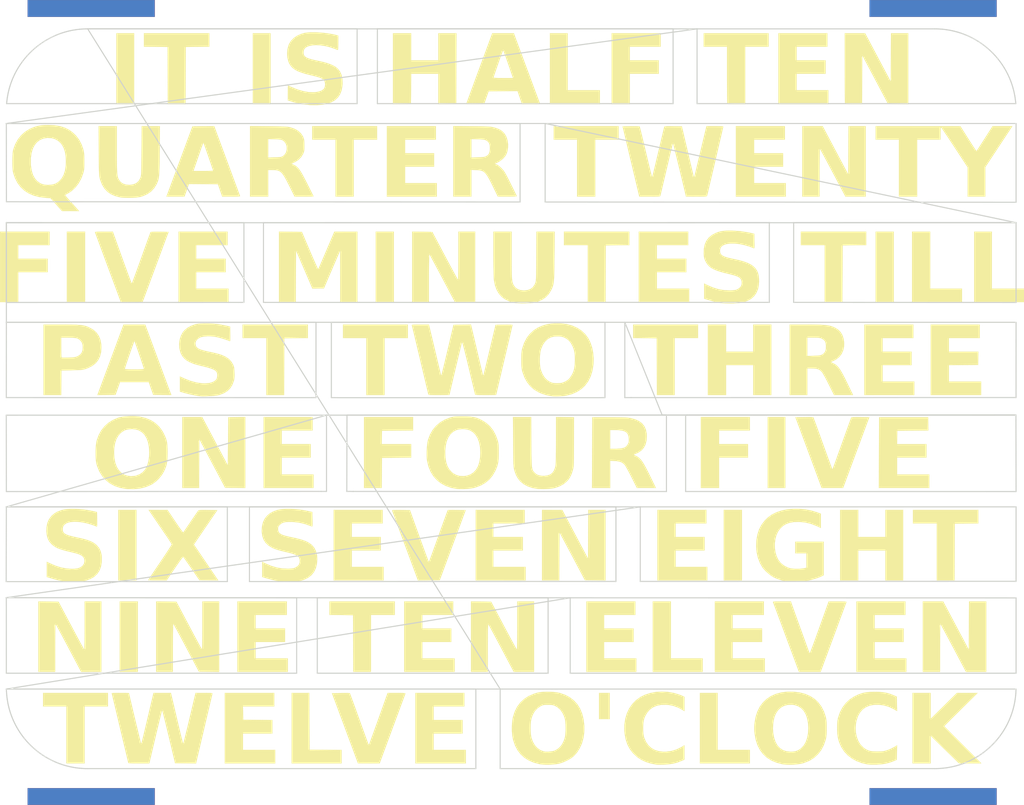
<source format=kicad_pcb>
(kicad_pcb (version 4) (host pcbnew 4.0.7)
  (layers (0 F.Cu signal) (31 B.Cu signal) (34 B.Paste user) (35 F.Paste user) (36 B.SilkS user) (37 F.SilkS user) (38 B.Mask user) (39 F.Mask user) (44 Edge.Cuts user))
  (net 0 "")
  (module LOGO (layer F.Cu) (at 0 0)
    (fp_text reference "G***" hide)
    (fp_text value "LOGO" hide)
    (fp_poly (pts (xy -31.580667 46.651333) (xy -43.095334 46.651333) (xy -43.095334 45.127333) (xy -31.580667 45.127333) (xy -31.580667 46.651333)) (layer B.Cu) (width 0.010000))
    (fp_poly (pts (xy 44.704000 46.651333) (xy 33.189333 46.651333) (xy 33.189333 45.127333) (xy 44.704000 45.127333) (xy 44.704000 46.651333)) (layer B.Cu) (width 0.010000))
    (fp_poly (pts (xy -31.580667 -24.807334) (xy -43.095334 -24.807334) (xy -43.095334 -26.331334) (xy -31.580667 -26.331334) (xy -31.580667 -24.807334)) (layer B.Cu) (width 0.010000))
    (fp_poly (pts (xy 44.704000 -24.807334) (xy 33.189333 -24.807334) (xy 33.189333 -26.331334) (xy 44.704000 -26.331334) (xy 44.704000 -24.807334)) (layer B.Cu) (width 0.010000))
  )
  (module LOGO (layer F.Cu) (at 0 0)
    (fp_text reference "G***" hide)
    (fp_text value "LOGO" hide)
  )
  (module LOGO (layer F.Cu) (at 0 0)
    (fp_text reference "G***" hide)
    (fp_text value "LOGO" hide)
  )
  (module LOGO (layer F.Cu) (at 0 0)
    (fp_text reference "G***" hide)
    (fp_text value "LOGO" hide)
    (fp_poly (pts (xy -31.580667 46.651333) (xy -43.095334 46.651333) (xy -43.095334 45.127333) (xy -31.580667 45.127333) (xy -31.580667 46.651333)) (layer F.Cu) (width 0.010000))
    (fp_poly (pts (xy 44.704000 46.651333) (xy 33.189333 46.651333) (xy 33.189333 45.127333) (xy 44.704000 45.127333) (xy 44.704000 46.651333)) (layer F.Cu) (width 0.010000))
    (fp_poly (pts (xy -31.580667 -24.807334) (xy -43.095334 -24.807334) (xy -43.095334 -26.331334) (xy -31.580667 -26.331334) (xy -31.580667 -24.807334)) (layer F.Cu) (width 0.010000))
    (fp_poly (pts (xy 44.704000 -24.807334) (xy 33.189333 -24.807334) (xy 33.189333 -26.331334) (xy 44.704000 -26.331334) (xy 44.704000 -24.807334)) (layer F.Cu) (width 0.010000))
  )
  (module LOGO (layer F.Cu) (at 0 0)
    (fp_text reference "G***" hide)
    (fp_text value "LOGO" hide)
  )
  (module LOGO (layer F.Cu) (at 0 0)
    (fp_text reference "G***" hide)
    (fp_text value "LOGO" hide)
  )
  (gr_line (start -37.652222 -23.719223) (end -37.833721 -23.717053) (layer Edge.Cuts) (width 0.1))
  (gr_line (start -37.833721 -23.717053) (end -38.014113 -23.710576) (layer Edge.Cuts) (width 0.1))
  (gr_line (start -38.014113 -23.710576) (end -38.193348 -23.699842) (layer Edge.Cuts) (width 0.1))
  (gr_line (start -38.193348 -23.699842) (end -38.371379 -23.684898) (layer Edge.Cuts) (width 0.1))
  (gr_line (start -38.371379 -23.684898) (end -38.548155 -23.665795) (layer Edge.Cuts) (width 0.1))
  (gr_line (start -38.548155 -23.665795) (end -38.723628 -23.642581) (layer Edge.Cuts) (width 0.1))
  (gr_line (start -38.723628 -23.642581) (end -38.897750 -23.615306) (layer Edge.Cuts) (width 0.1))
  (gr_line (start -38.897750 -23.615306) (end -39.070471 -23.584018) (layer Edge.Cuts) (width 0.1))
  (gr_line (start -39.070471 -23.584018) (end -39.241742 -23.548766) (layer Edge.Cuts) (width 0.1))
  (gr_line (start -39.241742 -23.548766) (end -39.411514 -23.509600) (layer Edge.Cuts) (width 0.1))
  (gr_line (start -39.411514 -23.509600) (end -39.579738 -23.466569) (layer Edge.Cuts) (width 0.1))
  (gr_line (start -39.579738 -23.466569) (end -39.746366 -23.419722) (layer Edge.Cuts) (width 0.1))
  (gr_line (start -39.746366 -23.419722) (end -39.911348 -23.369107) (layer Edge.Cuts) (width 0.1))
  (gr_line (start -39.911348 -23.369107) (end -40.074636 -23.314774) (layer Edge.Cuts) (width 0.1))
  (gr_line (start -40.074636 -23.314774) (end -40.236181 -23.256772) (layer Edge.Cuts) (width 0.1))
  (gr_line (start -40.236181 -23.256772) (end -40.395933 -23.195150) (layer Edge.Cuts) (width 0.1))
  (gr_line (start -40.395933 -23.195150) (end -40.553844 -23.129957) (layer Edge.Cuts) (width 0.1))
  (gr_line (start -40.553844 -23.129957) (end -40.709864 -23.061242) (layer Edge.Cuts) (width 0.1))
  (gr_line (start -40.709864 -23.061242) (end -41.016039 -22.913443) (layer Edge.Cuts) (width 0.1))
  (gr_line (start -41.016039 -22.913443) (end -41.314065 -22.752145) (layer Edge.Cuts) (width 0.1))
  (gr_line (start -41.314065 -22.752145) (end -41.603552 -22.577741) (layer Edge.Cuts) (width 0.1))
  (gr_line (start -41.603552 -22.577741) (end -41.884107 -22.390624) (layer Edge.Cuts) (width 0.1))
  (gr_line (start -41.884107 -22.390624) (end -42.155339 -22.191185) (layer Edge.Cuts) (width 0.1))
  (gr_line (start -42.155339 -22.191185) (end -42.416857 -21.979817) (layer Edge.Cuts) (width 0.1))
  (gr_line (start -42.416857 -21.979817) (end -42.668270 -21.756914) (layer Edge.Cuts) (width 0.1))
  (gr_line (start -42.668270 -21.756914) (end -42.909185 -21.522867) (layer Edge.Cuts) (width 0.1))
  (gr_line (start -42.909185 -21.522867) (end -43.139211 -21.278069) (layer Edge.Cuts) (width 0.1))
  (gr_line (start -43.139211 -21.278069) (end -43.357956 -21.022912) (layer Edge.Cuts) (width 0.1))
  (gr_line (start -43.357956 -21.022912) (end -43.565030 -20.757790) (layer Edge.Cuts) (width 0.1))
  (gr_line (start -43.565030 -20.757790) (end -43.760040 -20.483094) (layer Edge.Cuts) (width 0.1))
  (gr_line (start -43.760040 -20.483094) (end -43.942596 -20.199217) (layer Edge.Cuts) (width 0.1))
  (gr_line (start -43.942596 -20.199217) (end -44.112305 -19.906552) (layer Edge.Cuts) (width 0.1))
  (gr_line (start -44.112305 -19.906552) (end -44.268776 -19.605491) (layer Edge.Cuts) (width 0.1))
  (gr_line (start -44.268776 -19.605491) (end -44.411617 -19.296427) (layer Edge.Cuts) (width 0.1))
  (gr_line (start -44.411617 -19.296427) (end -44.477804 -19.139016) (layer Edge.Cuts) (width 0.1))
  (gr_line (start -44.477804 -19.139016) (end -44.540437 -18.979752) (layer Edge.Cuts) (width 0.1))
  (gr_line (start -44.540437 -18.979752) (end -44.599467 -18.818683) (layer Edge.Cuts) (width 0.1))
  (gr_line (start -44.599467 -18.818683) (end -44.654845 -18.655859) (layer Edge.Cuts) (width 0.1))
  (gr_line (start -44.654845 -18.655859) (end -44.706522 -18.491328) (layer Edge.Cuts) (width 0.1))
  (gr_line (start -44.706522 -18.491328) (end -44.754449 -18.325140) (layer Edge.Cuts) (width 0.1))
  (gr_line (start -44.754449 -18.325140) (end -44.798577 -18.157343) (layer Edge.Cuts) (width 0.1))
  (gr_line (start -44.798577 -18.157343) (end -44.838857 -17.987988) (layer Edge.Cuts) (width 0.1))
  (gr_line (start -44.838857 -17.987988) (end -44.875240 -17.817122) (layer Edge.Cuts) (width 0.1))
  (gr_line (start -44.875240 -17.817122) (end -44.907678 -17.644795) (layer Edge.Cuts) (width 0.1))
  (gr_line (start -44.907678 -17.644795) (end -44.936121 -17.471056) (layer Edge.Cuts) (width 0.1))
  (gr_line (start -44.936121 -17.471056) (end -44.960521 -17.295954) (layer Edge.Cuts) (width 0.1))
  (gr_line (start -44.960521 -17.295954) (end -44.980828 -17.119538) (layer Edge.Cuts) (width 0.1))
  (gr_line (start -44.980828 -17.119538) (end -44.996993 -16.941858) (layer Edge.Cuts) (width 0.1))
  (gr_line (start -44.996993 -16.941858) (end -13.239241 -16.941858) (layer Edge.Cuts) (width 0.1))
  (gr_line (start -13.239241 -16.941858) (end -13.239241 -23.719223) (layer Edge.Cuts) (width 0.1))
  (gr_line (start -13.239241 -23.719223) (end -37.652222 -23.719223) (layer Edge.Cuts) (width 0.1))
  (gr_line (start -37.652222 -23.719223) (end -37.652222 -23.719223) (layer Edge.Cuts) (width 0.1))
  (gr_line (start -37.652222 -23.719223) (end -11.401628 -23.719223) (layer Edge.Cuts) (width 0.1))
  (gr_line (start -11.401628 -23.719223) (end -11.401628 -16.941858) (layer Edge.Cuts) (width 0.1))
  (gr_line (start -11.401628 -16.941858) (end 15.392085 -16.941858) (layer Edge.Cuts) (width 0.1))
  (gr_line (start 15.392085 -16.941858) (end 15.392085 -23.719223) (layer Edge.Cuts) (width 0.1))
  (gr_line (start 15.392085 -23.719223) (end -11.401628 -23.719223) (layer Edge.Cuts) (width 0.1))
  (gr_line (start -11.401628 -23.719223) (end -11.401628 -23.719223) (layer Edge.Cuts) (width 0.1))
  (gr_line (start -11.401628 -23.719223) (end 17.563529 -23.719223) (layer Edge.Cuts) (width 0.1))
  (gr_line (start 17.563529 -23.719223) (end 17.563529 -16.941858) (layer Edge.Cuts) (width 0.1))
  (gr_line (start 17.563529 -16.941858) (end 46.443418 -16.941858) (layer Edge.Cuts) (width 0.1))
  (gr_line (start 46.443418 -16.941858) (end 46.427252 -17.119538) (layer Edge.Cuts) (width 0.1))
  (gr_line (start 46.427252 -17.119538) (end 46.406945 -17.295953) (layer Edge.Cuts) (width 0.1))
  (gr_line (start 46.406945 -17.295953) (end 46.382545 -17.471055) (layer Edge.Cuts) (width 0.1))
  (gr_line (start 46.382545 -17.471055) (end 46.354102 -17.644793) (layer Edge.Cuts) (width 0.1))
  (gr_line (start 46.354102 -17.644793) (end 46.321664 -17.817120) (layer Edge.Cuts) (width 0.1))
  (gr_line (start 46.321664 -17.817120) (end 46.285280 -17.987985) (layer Edge.Cuts) (width 0.1))
  (gr_line (start 46.285280 -17.987985) (end 46.244999 -18.157341) (layer Edge.Cuts) (width 0.1))
  (gr_line (start 46.244999 -18.157341) (end 46.200871 -18.325137) (layer Edge.Cuts) (width 0.1))
  (gr_line (start 46.200871 -18.325137) (end 46.152944 -18.491325) (layer Edge.Cuts) (width 0.1))
  (gr_line (start 46.152944 -18.491325) (end 46.101266 -18.655855) (layer Edge.Cuts) (width 0.1))
  (gr_line (start 46.101266 -18.655855) (end 46.045888 -18.818679) (layer Edge.Cuts) (width 0.1))
  (gr_line (start 46.045888 -18.818679) (end 45.986858 -18.979748) (layer Edge.Cuts) (width 0.1))
  (gr_line (start 45.986858 -18.979748) (end 45.924225 -19.139012) (layer Edge.Cuts) (width 0.1))
  (gr_line (start 45.924225 -19.139012) (end 45.858037 -19.296423) (layer Edge.Cuts) (width 0.1))
  (gr_line (start 45.858037 -19.296423) (end 45.715195 -19.605487) (layer Edge.Cuts) (width 0.1))
  (gr_line (start 45.715195 -19.605487) (end 45.558724 -19.906548) (layer Edge.Cuts) (width 0.1))
  (gr_line (start 45.558724 -19.906548) (end 45.389015 -20.199213) (layer Edge.Cuts) (width 0.1))
  (gr_line (start 45.389015 -20.199213) (end 45.206459 -20.483089) (layer Edge.Cuts) (width 0.1))
  (gr_line (start 45.206459 -20.483089) (end 45.011449 -20.757785) (layer Edge.Cuts) (width 0.1))
  (gr_line (start 45.011449 -20.757785) (end 44.804375 -21.022908) (layer Edge.Cuts) (width 0.1))
  (gr_line (start 44.804375 -21.022908) (end 44.585629 -21.278065) (layer Edge.Cuts) (width 0.1))
  (gr_line (start 44.585629 -21.278065) (end 44.355603 -21.522863) (layer Edge.Cuts) (width 0.1))
  (gr_line (start 44.355603 -21.522863) (end 44.114688 -21.756910) (layer Edge.Cuts) (width 0.1))
  (gr_line (start 44.114688 -21.756910) (end 43.863276 -21.979814) (layer Edge.Cuts) (width 0.1))
  (gr_line (start 43.863276 -21.979814) (end 43.601758 -22.191181) (layer Edge.Cuts) (width 0.1))
  (gr_line (start 43.601758 -22.191181) (end 43.330526 -22.390621) (layer Edge.Cuts) (width 0.1))
  (gr_line (start 43.330526 -22.390621) (end 43.049971 -22.577738) (layer Edge.Cuts) (width 0.1))
  (gr_line (start 43.049971 -22.577738) (end 42.760485 -22.752143) (layer Edge.Cuts) (width 0.1))
  (gr_line (start 42.760485 -22.752143) (end 42.462459 -22.913441) (layer Edge.Cuts) (width 0.1))
  (gr_line (start 42.462459 -22.913441) (end 42.156285 -23.061240) (layer Edge.Cuts) (width 0.1))
  (gr_line (start 42.156285 -23.061240) (end 42.000265 -23.129955) (layer Edge.Cuts) (width 0.1))
  (gr_line (start 42.000265 -23.129955) (end 41.842354 -23.195148) (layer Edge.Cuts) (width 0.1))
  (gr_line (start 41.842354 -23.195148) (end 41.682602 -23.256771) (layer Edge.Cuts) (width 0.1))
  (gr_line (start 41.682602 -23.256771) (end 41.521058 -23.314773) (layer Edge.Cuts) (width 0.1))
  (gr_line (start 41.521058 -23.314773) (end 41.357770 -23.369106) (layer Edge.Cuts) (width 0.1))
  (gr_line (start 41.357770 -23.369106) (end 41.192788 -23.419721) (layer Edge.Cuts) (width 0.1))
  (gr_line (start 41.192788 -23.419721) (end 41.026161 -23.466568) (layer Edge.Cuts) (width 0.1))
  (gr_line (start 41.026161 -23.466568) (end 40.857937 -23.509600) (layer Edge.Cuts) (width 0.1))
  (gr_line (start 40.857937 -23.509600) (end 40.688165 -23.548766) (layer Edge.Cuts) (width 0.1))
  (gr_line (start 40.688165 -23.548766) (end 40.516894 -23.584017) (layer Edge.Cuts) (width 0.1))
  (gr_line (start 40.516894 -23.584017) (end 40.344174 -23.615305) (layer Edge.Cuts) (width 0.1))
  (gr_line (start 40.344174 -23.615305) (end 40.170053 -23.642581) (layer Edge.Cuts) (width 0.1))
  (gr_line (start 40.170053 -23.642581) (end 39.994580 -23.665795) (layer Edge.Cuts) (width 0.1))
  (gr_line (start 39.994580 -23.665795) (end 39.817804 -23.684898) (layer Edge.Cuts) (width 0.1))
  (gr_line (start 39.817804 -23.684898) (end 39.639773 -23.699842) (layer Edge.Cuts) (width 0.1))
  (gr_line (start 39.639773 -23.699842) (end 39.460538 -23.710576) (layer Edge.Cuts) (width 0.1))
  (gr_line (start 39.460538 -23.710576) (end 39.280147 -23.717053) (layer Edge.Cuts) (width 0.1))
  (gr_line (start 39.280147 -23.717053) (end 39.098649 -23.719223) (layer Edge.Cuts) (width 0.1))
  (gr_line (start 39.098649 -23.719223) (end 17.563529 -23.719223) (layer Edge.Cuts) (width 0.1))
  (gr_line (start 17.563529 -23.719223) (end 17.563529 -23.719223) (layer Edge.Cuts) (width 0.1))
  (gr_line (start 17.563529 -23.719223) (end -45.022831 -15.141453) (layer Edge.Cuts) (width 0.1))
  (gr_line (start -45.022831 -15.141453) (end -45.015080 -8.045243) (layer Edge.Cuts) (width 0.1))
  (gr_line (start -45.015080 -8.045243) (end 1.527297 -8.021473) (layer Edge.Cuts) (width 0.1))
  (gr_line (start 1.527297 -8.021473) (end 1.527297 -15.141453) (layer Edge.Cuts) (width 0.1))
  (gr_line (start 1.527297 -15.141453) (end -45.022831 -15.141453) (layer Edge.Cuts) (width 0.1))
  (gr_line (start -45.022831 -15.141453) (end -45.022831 -15.141453) (layer Edge.Cuts) (width 0.1))
  (gr_line (start -45.022831 -15.141453) (end 3.799512 -15.141453) (layer Edge.Cuts) (width 0.1))
  (gr_line (start 3.799512 -15.141453) (end 3.799512 -8.019922) (layer Edge.Cuts) (width 0.1))
  (gr_line (start 3.799512 -8.019922) (end 46.469258 -7.998219) (layer Edge.Cuts) (width 0.1))
  (gr_line (start 46.469258 -7.998219) (end 46.469258 -15.141453) (layer Edge.Cuts) (width 0.1))
  (gr_line (start 46.469258 -15.141453) (end 3.799512 -15.141453) (layer Edge.Cuts) (width 0.1))
  (gr_line (start 3.799512 -15.141453) (end 3.799512 -15.141453) (layer Edge.Cuts) (width 0.1))
  (gr_line (start 3.799512 -15.141453) (end 46.469258 -6.147686) (layer Edge.Cuts) (width 0.1))
  (gr_line (start 46.469258 -6.147686) (end 26.316998 -6.144069) (layer Edge.Cuts) (width 0.1))
  (gr_line (start 26.316998 -6.144069) (end 26.316998 1.078230) (layer Edge.Cuts) (width 0.1))
  (gr_line (start 26.316998 1.078230) (end 26.575898 1.077196) (layer Edge.Cuts) (width 0.1))
  (gr_line (start 26.575898 1.077196) (end 46.469258 1.085983) (layer Edge.Cuts) (width 0.1))
  (gr_line (start 46.469258 1.085983) (end 46.469258 -6.147686) (layer Edge.Cuts) (width 0.1))
  (gr_line (start 46.469258 -6.147686) (end 46.469258 -6.147686) (layer Edge.Cuts) (width 0.1))
  (gr_line (start 46.469258 -6.147686) (end 24.111966 -6.143550) (layer Edge.Cuts) (width 0.1))
  (gr_line (start 24.111966 -6.143550) (end -21.451659 -6.134766) (layer Edge.Cuts) (width 0.1))
  (gr_line (start -21.451659 -6.134766) (end -21.725029 -6.137867) (layer Edge.Cuts) (width 0.1))
  (gr_line (start -21.725029 -6.137867) (end -21.725029 1.078230) (layer Edge.Cuts) (width 0.1))
  (gr_line (start -21.725029 1.078230) (end -21.516773 1.081847) (layer Edge.Cuts) (width 0.1))
  (gr_line (start -21.516773 1.081847) (end 23.694419 1.077196) (layer Edge.Cuts) (width 0.1))
  (gr_line (start 23.694419 1.077196) (end 24.111966 1.078230) (layer Edge.Cuts) (width 0.1))
  (gr_line (start 24.111966 1.078230) (end 24.111966 -6.143550) (layer Edge.Cuts) (width 0.1))
  (gr_line (start 24.111966 -6.143550) (end 24.111966 -6.143550) (layer Edge.Cuts) (width 0.1))
  (gr_line (start 24.111966 -6.143550) (end -45.018181 -6.142519) (layer Edge.Cuts) (width 0.1))
  (gr_line (start -45.018181 -6.142519) (end -45.019214 1.085983) (layer Edge.Cuts) (width 0.1))
  (gr_line (start -45.019214 1.085983) (end -23.775550 1.081847) (layer Edge.Cuts) (width 0.1))
  (gr_line (start -23.775550 1.081847) (end -23.495462 1.078230) (layer Edge.Cuts) (width 0.1))
  (gr_line (start -23.495462 1.078230) (end -23.495462 -6.137867) (layer Edge.Cuts) (width 0.1))
  (gr_line (start -23.495462 -6.137867) (end -23.754878 -6.137867) (layer Edge.Cuts) (width 0.1))
  (gr_line (start -23.754878 -6.137867) (end -45.018181 -6.142519) (layer Edge.Cuts) (width 0.1))
  (gr_line (start -45.018181 -6.142519) (end -45.018181 -6.142519) (layer Edge.Cuts) (width 0.1))
  (gr_line (start -45.018181 -6.142519) (end -45.019214 2.885872) (layer Edge.Cuts) (width 0.1))
  (gr_line (start -45.019214 2.885872) (end -45.025415 9.711293) (layer Edge.Cuts) (width 0.1))
  (gr_line (start -45.025415 9.711293) (end -17.365088 9.715945) (layer Edge.Cuts) (width 0.1))
  (gr_line (start -17.365088 9.715945) (end -16.966146 9.713878) (layer Edge.Cuts) (width 0.1))
  (gr_line (start -16.966146 9.713878) (end -16.966146 2.885872) (layer Edge.Cuts) (width 0.1))
  (gr_line (start -16.966146 2.885872) (end -45.019214 2.885872) (layer Edge.Cuts) (width 0.1))
  (gr_line (start -45.019214 2.885872) (end -45.019214 2.885872) (layer Edge.Cuts) (width 0.1))
  (gr_line (start -45.019214 2.885872) (end -15.572432 2.885872) (layer Edge.Cuts) (width 0.1))
  (gr_line (start -15.572432 2.885872) (end -15.572432 9.713878) (layer Edge.Cuts) (width 0.1))
  (gr_line (start -15.572432 9.713878) (end -14.928545 9.722147) (layer Edge.Cuts) (width 0.1))
  (gr_line (start -14.928545 9.722147) (end 8.739778 9.722663) (layer Edge.Cuts) (width 0.1))
  (gr_line (start 8.739778 9.722663) (end 9.219851 9.714394) (layer Edge.Cuts) (width 0.1))
  (gr_line (start 9.219851 9.714394) (end 9.219851 2.885872) (layer Edge.Cuts) (width 0.1))
  (gr_line (start 9.219851 2.885872) (end -15.572432 2.885872) (layer Edge.Cuts) (width 0.1))
  (gr_line (start -15.572432 2.885872) (end -15.572432 2.885872) (layer Edge.Cuts) (width 0.1))
  (gr_line (start -15.572432 2.885872) (end 11.015607 2.885872) (layer Edge.Cuts) (width 0.1))
  (gr_line (start 11.015607 2.885872) (end 11.015607 9.714394) (layer Edge.Cuts) (width 0.1))
  (gr_line (start 11.015607 9.714394) (end 11.579397 9.714394) (layer Edge.Cuts) (width 0.1))
  (gr_line (start 11.579397 9.714394) (end 46.466157 9.706126) (layer Edge.Cuts) (width 0.1))
  (gr_line (start 46.466157 9.706126) (end 46.469258 2.885872) (layer Edge.Cuts) (width 0.1))
  (gr_line (start 46.469258 2.885872) (end 11.015607 2.885872) (layer Edge.Cuts) (width 0.1))
  (gr_line (start 11.015607 2.885872) (end 11.015607 2.885872) (layer Edge.Cuts) (width 0.1))
  (gr_line (start 11.015607 2.885872) (end 14.399898 11.295177) (layer Edge.Cuts) (width 0.1))
  (gr_line (start 14.399898 11.295177) (end -14.157015 11.303445) (layer Edge.Cuts) (width 0.1))
  (gr_line (start -14.157015 11.303445) (end -14.174586 18.217235) (layer Edge.Cuts) (width 0.1))
  (gr_line (start -14.174586 18.217235) (end -13.599943 18.221886) (layer Edge.Cuts) (width 0.1))
  (gr_line (start -13.599943 18.221886) (end 14.790571 18.227053) (layer Edge.Cuts) (width 0.1))
  (gr_line (start 14.790571 18.227053) (end 14.790571 11.301378) (layer Edge.Cuts) (width 0.1))
  (gr_line (start 14.790571 11.301378) (end 14.399898 11.295177) (layer Edge.Cuts) (width 0.1))
  (gr_line (start 14.399898 11.295177) (end 14.399898 11.295177) (layer Edge.Cuts) (width 0.1))
  (gr_line (start 14.399898 11.295177) (end 46.457372 11.297762) (layer Edge.Cuts) (width 0.1))
  (gr_line (start 46.457372 11.297762) (end 16.866931 11.303445) (layer Edge.Cuts) (width 0.1))
  (gr_line (start 16.866931 11.303445) (end 16.527934 11.301378) (layer Edge.Cuts) (width 0.1))
  (gr_line (start 16.527934 11.301378) (end 16.527934 18.227569) (layer Edge.Cuts) (width 0.1))
  (gr_line (start 16.527934 18.227569) (end 46.469258 18.232739) (layer Edge.Cuts) (width 0.1))
  (gr_line (start 46.469258 18.232739) (end 46.457372 11.297762) (layer Edge.Cuts) (width 0.1))
  (gr_line (start 46.457372 11.297762) (end 46.457372 11.297762) (layer Edge.Cuts) (width 0.1))
  (gr_line (start 46.457372 11.297762) (end -16.012199 11.303963) (layer Edge.Cuts) (width 0.1))
  (gr_line (start -16.012199 11.303963) (end -45.028516 11.306546) (layer Edge.Cuts) (width 0.1))
  (gr_line (start -45.028516 11.306546) (end -45.020764 18.232739) (layer Edge.Cuts) (width 0.1))
  (gr_line (start -45.020764 18.232739) (end -16.508293 18.219304) (layer Edge.Cuts) (width 0.1))
  (gr_line (start -16.508293 18.219304) (end -16.012199 18.217235) (layer Edge.Cuts) (width 0.1))
  (gr_line (start -16.012199 18.217235) (end -16.012199 11.303963) (layer Edge.Cuts) (width 0.1))
  (gr_line (start -16.012199 11.303963) (end -16.012199 11.303963) (layer Edge.Cuts) (width 0.1))
  (gr_line (start -16.012199 11.303963) (end -45.021281 19.619733) (layer Edge.Cuts) (width 0.1))
  (gr_line (start -45.021281 19.619733) (end -45.037301 26.398649) (layer Edge.Cuts) (width 0.1))
  (gr_line (start -45.037301 26.398649) (end -24.999248 26.392447) (layer Edge.Cuts) (width 0.1))
  (gr_line (start -24.999248 26.392447) (end -24.999248 19.619733) (layer Edge.Cuts) (width 0.1))
  (gr_line (start -24.999248 19.619733) (end -45.021281 19.619733) (layer Edge.Cuts) (width 0.1))
  (gr_line (start -45.021281 19.619733) (end -45.021281 19.619733) (layer Edge.Cuts) (width 0.1))
  (gr_line (start -45.021281 19.619733) (end -22.994720 19.619733) (layer Edge.Cuts) (width 0.1))
  (gr_line (start -22.994720 19.619733) (end -22.994720 26.391931) (layer Edge.Cuts) (width 0.1))
  (gr_line (start -22.994720 26.391931) (end 10.213589 26.381594) (layer Edge.Cuts) (width 0.1))
  (gr_line (start 10.213589 26.381594) (end 10.213589 19.619733) (layer Edge.Cuts) (width 0.1))
  (gr_line (start 10.213589 19.619733) (end -22.994720 19.619733) (layer Edge.Cuts) (width 0.1))
  (gr_line (start -22.994720 19.619733) (end -22.994720 19.619733) (layer Edge.Cuts) (width 0.1))
  (gr_line (start -22.994720 19.619733) (end 12.418624 19.619733) (layer Edge.Cuts) (width 0.1))
  (gr_line (start 12.418624 19.619733) (end 12.418624 26.381078) (layer Edge.Cuts) (width 0.1))
  (gr_line (start 12.418624 26.381078) (end 46.469258 26.370227) (layer Edge.Cuts) (width 0.1))
  (gr_line (start 46.469258 26.370227) (end 46.469258 19.619733) (layer Edge.Cuts) (width 0.1))
  (gr_line (start 46.469258 19.619733) (end 12.418624 19.619733) (layer Edge.Cuts) (width 0.1))
  (gr_line (start 12.418624 19.619733) (end 12.418624 19.619733) (layer Edge.Cuts) (width 0.1))
  (gr_line (start 12.418624 19.619733) (end -45.024898 27.852307) (layer Edge.Cuts) (width 0.1))
  (gr_line (start -45.024898 27.852307) (end -45.023348 34.702533) (layer Edge.Cuts) (width 0.1))
  (gr_line (start -45.023348 34.702533) (end -18.717976 34.702533) (layer Edge.Cuts) (width 0.1))
  (gr_line (start -18.717976 34.702533) (end -18.717976 27.858508) (layer Edge.Cuts) (width 0.1))
  (gr_line (start -18.717976 27.858508) (end -45.024898 27.852307) (layer Edge.Cuts) (width 0.1))
  (gr_line (start -45.024898 27.852307) (end -45.024898 27.852307) (layer Edge.Cuts) (width 0.1))
  (gr_line (start -45.024898 27.852307) (end -16.847290 27.859024) (layer Edge.Cuts) (width 0.1))
  (gr_line (start -16.847290 27.859024) (end -16.847290 34.702533) (layer Edge.Cuts) (width 0.1))
  (gr_line (start -16.847290 34.702533) (end 4.066678 34.702533) (layer Edge.Cuts) (width 0.1))
  (gr_line (start 4.066678 34.702533) (end 4.066678 27.864192) (layer Edge.Cuts) (width 0.1))
  (gr_line (start 4.066678 27.864192) (end -16.847290 27.859024) (layer Edge.Cuts) (width 0.1))
  (gr_line (start -16.847290 27.859024) (end -16.847290 27.859024) (layer Edge.Cuts) (width 0.1))
  (gr_line (start -16.847290 27.859024) (end 6.071206 27.864192) (layer Edge.Cuts) (width 0.1))
  (gr_line (start 6.071206 27.864192) (end 6.071206 34.702533) (layer Edge.Cuts) (width 0.1))
  (gr_line (start 6.071206 34.702533) (end 46.469258 34.702533) (layer Edge.Cuts) (width 0.1))
  (gr_line (start 46.469258 34.702533) (end 46.469258 27.874010) (layer Edge.Cuts) (width 0.1))
  (gr_line (start 46.469258 27.874010) (end 6.071206 27.864192) (layer Edge.Cuts) (width 0.1))
  (gr_line (start 6.071206 27.864192) (end 6.071206 27.864192) (layer Edge.Cuts) (width 0.1))
  (gr_line (start 6.071206 27.864192) (end -45.019214 36.139654) (layer Edge.Cuts) (width 0.1))
  (gr_line (start -45.019214 36.139654) (end -45.013002 36.327007) (layer Edge.Cuts) (width 0.1))
  (gr_line (start -45.013002 36.327007) (end -45.002201 36.513123) (layer Edge.Cuts) (width 0.1))
  (gr_line (start -45.002201 36.513123) (end -44.986866 36.697948) (layer Edge.Cuts) (width 0.1))
  (gr_line (start -44.986866 36.697948) (end -44.967051 36.881428) (layer Edge.Cuts) (width 0.1))
  (gr_line (start -44.967051 36.881428) (end -44.942812 37.063508) (layer Edge.Cuts) (width 0.1))
  (gr_line (start -44.942812 37.063508) (end -44.914202 37.244131) (layer Edge.Cuts) (width 0.1))
  (gr_line (start -44.914202 37.244131) (end -44.881277 37.423245) (layer Edge.Cuts) (width 0.1))
  (gr_line (start -44.881277 37.423245) (end -44.844092 37.600793) (layer Edge.Cuts) (width 0.1))
  (gr_line (start -44.844092 37.600793) (end -44.802701 37.776722) (layer Edge.Cuts) (width 0.1))
  (gr_line (start -44.802701 37.776722) (end -44.757159 37.950976) (layer Edge.Cuts) (width 0.1))
  (gr_line (start -44.757159 37.950976) (end -44.707521 38.123499) (layer Edge.Cuts) (width 0.1))
  (gr_line (start -44.707521 38.123499) (end -44.653841 38.294239) (layer Edge.Cuts) (width 0.1))
  (gr_line (start -44.653841 38.294239) (end -44.596175 38.463139) (layer Edge.Cuts) (width 0.1))
  (gr_line (start -44.596175 38.463139) (end -44.534577 38.630144) (layer Edge.Cuts) (width 0.1))
  (gr_line (start -44.534577 38.630144) (end -44.469103 38.795200) (layer Edge.Cuts) (width 0.1))
  (gr_line (start -44.469103 38.795200) (end -44.399806 38.958253) (layer Edge.Cuts) (width 0.1))
  (gr_line (start -44.399806 38.958253) (end -44.326741 39.119246) (layer Edge.Cuts) (width 0.1))
  (gr_line (start -44.326741 39.119246) (end -44.249964 39.278125) (layer Edge.Cuts) (width 0.1))
  (gr_line (start -44.249964 39.278125) (end -44.169529 39.434836) (layer Edge.Cuts) (width 0.1))
  (gr_line (start -44.169529 39.434836) (end -44.085491 39.589324) (layer Edge.Cuts) (width 0.1))
  (gr_line (start -44.085491 39.589324) (end -43.997904 39.741533) (layer Edge.Cuts) (width 0.1))
  (gr_line (start -43.997904 39.741533) (end -43.906824 39.891409) (layer Edge.Cuts) (width 0.1))
  (gr_line (start -43.906824 39.891409) (end -43.812305 40.038896) (layer Edge.Cuts) (width 0.1))
  (gr_line (start -43.812305 40.038896) (end -43.714402 40.183941) (layer Edge.Cuts) (width 0.1))
  (gr_line (start -43.714402 40.183941) (end -43.613170 40.326488) (layer Edge.Cuts) (width 0.1))
  (gr_line (start -43.613170 40.326488) (end -43.508663 40.466482) (layer Edge.Cuts) (width 0.1))
  (gr_line (start -43.508663 40.466482) (end -43.400936 40.603869) (layer Edge.Cuts) (width 0.1))
  (gr_line (start -43.400936 40.603869) (end -43.290045 40.738593) (layer Edge.Cuts) (width 0.1))
  (gr_line (start -43.290045 40.738593) (end -43.176044 40.870600) (layer Edge.Cuts) (width 0.1))
  (gr_line (start -43.176044 40.870600) (end -43.058987 40.999835) (layer Edge.Cuts) (width 0.1))
  (gr_line (start -43.058987 40.999835) (end -42.938929 41.126242) (layer Edge.Cuts) (width 0.1))
  (gr_line (start -42.938929 41.126242) (end -42.815926 41.249768) (layer Edge.Cuts) (width 0.1))
  (gr_line (start -42.815926 41.249768) (end -42.690032 41.370357) (layer Edge.Cuts) (width 0.1))
  (gr_line (start -42.690032 41.370357) (end -42.561301 41.487955) (layer Edge.Cuts) (width 0.1))
  (gr_line (start -42.561301 41.487955) (end -42.429789 41.602506) (layer Edge.Cuts) (width 0.1))
  (gr_line (start -42.429789 41.602506) (end -42.295551 41.713956) (layer Edge.Cuts) (width 0.1))
  (gr_line (start -42.295551 41.713956) (end -42.158640 41.822249) (layer Edge.Cuts) (width 0.1))
  (gr_line (start -42.158640 41.822249) (end -42.019112 41.927331) (layer Edge.Cuts) (width 0.1))
  (gr_line (start -42.019112 41.927331) (end -41.877022 42.029148) (layer Edge.Cuts) (width 0.1))
  (gr_line (start -41.877022 42.029148) (end -41.732424 42.127644) (layer Edge.Cuts) (width 0.1))
  (gr_line (start -41.732424 42.127644) (end -41.585374 42.222764) (layer Edge.Cuts) (width 0.1))
  (gr_line (start -41.585374 42.222764) (end -41.435925 42.314453) (layer Edge.Cuts) (width 0.1))
  (gr_line (start -41.435925 42.314453) (end -41.284133 42.402657) (layer Edge.Cuts) (width 0.1))
  (gr_line (start -41.284133 42.402657) (end -41.130053 42.487321) (layer Edge.Cuts) (width 0.1))
  (gr_line (start -41.130053 42.487321) (end -40.973739 42.568390) (layer Edge.Cuts) (width 0.1))
  (gr_line (start -40.973739 42.568390) (end -40.815246 42.645808) (layer Edge.Cuts) (width 0.1))
  (gr_line (start -40.815246 42.645808) (end -40.654629 42.719522) (layer Edge.Cuts) (width 0.1))
  (gr_line (start -40.654629 42.719522) (end -40.491942 42.789476) (layer Edge.Cuts) (width 0.1))
  (gr_line (start -40.491942 42.789476) (end -40.327241 42.855616) (layer Edge.Cuts) (width 0.1))
  (gr_line (start -40.327241 42.855616) (end -40.160580 42.917886) (layer Edge.Cuts) (width 0.1))
  (gr_line (start -40.160580 42.917886) (end -39.992014 42.976232) (layer Edge.Cuts) (width 0.1))
  (gr_line (start -39.992014 42.976232) (end -39.821598 43.030598) (layer Edge.Cuts) (width 0.1))
  (gr_line (start -39.821598 43.030598) (end -39.649387 43.080931) (layer Edge.Cuts) (width 0.1))
  (gr_line (start -39.649387 43.080931) (end -39.475434 43.127174) (layer Edge.Cuts) (width 0.1))
  (gr_line (start -39.475434 43.127174) (end -39.299796 43.169274) (layer Edge.Cuts) (width 0.1))
  (gr_line (start -39.299796 43.169274) (end -39.122526 43.207176) (layer Edge.Cuts) (width 0.1))
  (gr_line (start -39.122526 43.207176) (end -38.943680 43.240823) (layer Edge.Cuts) (width 0.1))
  (gr_line (start -38.943680 43.240823) (end -38.763313 43.270163) (layer Edge.Cuts) (width 0.1))
  (gr_line (start -38.763313 43.270163) (end -38.581479 43.295139) (layer Edge.Cuts) (width 0.1))
  (gr_line (start -38.581479 43.295139) (end -38.398232 43.315697) (layer Edge.Cuts) (width 0.1))
  (gr_line (start -38.398232 43.315697) (end -38.213629 43.331782) (layer Edge.Cuts) (width 0.1))
  (gr_line (start -38.213629 43.331782) (end -38.027723 43.343339) (layer Edge.Cuts) (width 0.1))
  (gr_line (start -38.027723 43.343339) (end -37.840569 43.350314) (layer Edge.Cuts) (width 0.1))
  (gr_line (start -37.840569 43.350314) (end -37.652222 43.352651) (layer Edge.Cuts) (width 0.1))
  (gr_line (start -37.652222 43.352651) (end -2.481759 43.352651) (layer Edge.Cuts) (width 0.1))
  (gr_line (start -2.481759 43.352651) (end -2.481759 36.139654) (layer Edge.Cuts) (width 0.1))
  (gr_line (start -2.481759 36.139654) (end -45.019214 36.139654) (layer Edge.Cuts) (width 0.1))
  (gr_line (start -45.019214 36.139654) (end -45.019214 36.139654) (layer Edge.Cuts) (width 0.1))
  (gr_line (start -45.019214 36.139654) (end -0.276727 36.139654) (layer Edge.Cuts) (width 0.1))
  (gr_line (start -0.276727 36.139654) (end -0.276727 43.352651) (layer Edge.Cuts) (width 0.1))
  (gr_line (start -0.276727 43.352651) (end 39.098649 43.352651) (layer Edge.Cuts) (width 0.1))
  (gr_line (start 39.098649 43.352651) (end 39.286995 43.350314) (layer Edge.Cuts) (width 0.1))
  (gr_line (start 39.286995 43.350314) (end 39.474148 43.343339) (layer Edge.Cuts) (width 0.1))
  (gr_line (start 39.474148 43.343339) (end 39.660052 43.331782) (layer Edge.Cuts) (width 0.1))
  (gr_line (start 39.660052 43.331782) (end 39.844654 43.315697) (layer Edge.Cuts) (width 0.1))
  (gr_line (start 39.844654 43.315697) (end 40.027897 43.295139) (layer Edge.Cuts) (width 0.1))
  (gr_line (start 40.027897 43.295139) (end 40.209728 43.270163) (layer Edge.Cuts) (width 0.1))
  (gr_line (start 40.209728 43.270163) (end 40.390092 43.240823) (layer Edge.Cuts) (width 0.1))
  (gr_line (start 40.390092 43.240823) (end 40.568934 43.207176) (layer Edge.Cuts) (width 0.1))
  (gr_line (start 40.568934 43.207176) (end 40.746199 43.169274) (layer Edge.Cuts) (width 0.1))
  (gr_line (start 40.746199 43.169274) (end 40.921833 43.127174) (layer Edge.Cuts) (width 0.1))
  (gr_line (start 40.921833 43.127174) (end 41.095780 43.080931) (layer Edge.Cuts) (width 0.1))
  (gr_line (start 41.095780 43.080931) (end 41.267986 43.030598) (layer Edge.Cuts) (width 0.1))
  (gr_line (start 41.267986 43.030598) (end 41.438396 42.976232) (layer Edge.Cuts) (width 0.1))
  (gr_line (start 41.438396 42.976232) (end 41.606956 42.917886) (layer Edge.Cuts) (width 0.1))
  (gr_line (start 41.606956 42.917886) (end 41.773611 42.855616) (layer Edge.Cuts) (width 0.1))
  (gr_line (start 41.773611 42.855616) (end 41.938306 42.789476) (layer Edge.Cuts) (width 0.1))
  (gr_line (start 41.938306 42.789476) (end 42.100985 42.719522) (layer Edge.Cuts) (width 0.1))
  (gr_line (start 42.100985 42.719522) (end 42.261596 42.645808) (layer Edge.Cuts) (width 0.1))
  (gr_line (start 42.261596 42.645808) (end 42.420082 42.568390) (layer Edge.Cuts) (width 0.1))
  (gr_line (start 42.420082 42.568390) (end 42.576389 42.487321) (layer Edge.Cuts) (width 0.1))
  (gr_line (start 42.576389 42.487321) (end 42.730462 42.402657) (layer Edge.Cuts) (width 0.1))
  (gr_line (start 42.730462 42.402657) (end 42.882247 42.314453) (layer Edge.Cuts) (width 0.1))
  (gr_line (start 42.882247 42.314453) (end 43.031689 42.222764) (layer Edge.Cuts) (width 0.1))
  (gr_line (start 43.031689 42.222764) (end 43.178732 42.127644) (layer Edge.Cuts) (width 0.1))
  (gr_line (start 43.178732 42.127644) (end 43.323323 42.029148) (layer Edge.Cuts) (width 0.1))
  (gr_line (start 43.323323 42.029148) (end 43.465407 41.927331) (layer Edge.Cuts) (width 0.1))
  (gr_line (start 43.465407 41.927331) (end 43.604928 41.822249) (layer Edge.Cuts) (width 0.1))
  (gr_line (start 43.604928 41.822249) (end 43.741832 41.713956) (layer Edge.Cuts) (width 0.1))
  (gr_line (start 43.741832 41.713956) (end 43.876065 41.602506) (layer Edge.Cuts) (width 0.1))
  (gr_line (start 43.876065 41.602506) (end 44.007571 41.487955) (layer Edge.Cuts) (width 0.1))
  (gr_line (start 44.007571 41.487955) (end 44.136296 41.370357) (layer Edge.Cuts) (width 0.1))
  (gr_line (start 44.136296 41.370357) (end 44.262185 41.249768) (layer Edge.Cuts) (width 0.1))
  (gr_line (start 44.262185 41.249768) (end 44.385183 41.126242) (layer Edge.Cuts) (width 0.1))
  (gr_line (start 44.385183 41.126242) (end 44.505236 40.999835) (layer Edge.Cuts) (width 0.1))
  (gr_line (start 44.505236 40.999835) (end 44.622288 40.870600) (layer Edge.Cuts) (width 0.1))
  (gr_line (start 44.622288 40.870600) (end 44.736286 40.738593) (layer Edge.Cuts) (width 0.1))
  (gr_line (start 44.736286 40.738593) (end 44.847174 40.603869) (layer Edge.Cuts) (width 0.1))
  (gr_line (start 44.847174 40.603869) (end 44.954897 40.466482) (layer Edge.Cuts) (width 0.1))
  (gr_line (start 44.954897 40.466482) (end 45.059402 40.326488) (layer Edge.Cuts) (width 0.1))
  (gr_line (start 45.059402 40.326488) (end 45.160632 40.183941) (layer Edge.Cuts) (width 0.1))
  (gr_line (start 45.160632 40.183941) (end 45.258534 40.038896) (layer Edge.Cuts) (width 0.1))
  (gr_line (start 45.258534 40.038896) (end 45.353052 39.891409) (layer Edge.Cuts) (width 0.1))
  (gr_line (start 45.353052 39.891409) (end 45.444132 39.741533) (layer Edge.Cuts) (width 0.1))
  (gr_line (start 45.444132 39.741533) (end 45.531719 39.589324) (layer Edge.Cuts) (width 0.1))
  (gr_line (start 45.531719 39.589324) (end 45.615759 39.434836) (layer Edge.Cuts) (width 0.1))
  (gr_line (start 45.615759 39.434836) (end 45.696196 39.278125) (layer Edge.Cuts) (width 0.1))
  (gr_line (start 45.696196 39.278125) (end 45.772976 39.119246) (layer Edge.Cuts) (width 0.1))
  (gr_line (start 45.772976 39.119246) (end 45.846044 38.958253) (layer Edge.Cuts) (width 0.1))
  (gr_line (start 45.846044 38.958253) (end 45.915345 38.795200) (layer Edge.Cuts) (width 0.1))
  (gr_line (start 45.915345 38.795200) (end 45.980825 38.630144) (layer Edge.Cuts) (width 0.1))
  (gr_line (start 45.980825 38.630144) (end 46.042429 38.463139) (layer Edge.Cuts) (width 0.1))
  (gr_line (start 46.042429 38.463139) (end 46.100102 38.294239) (layer Edge.Cuts) (width 0.1))
  (gr_line (start 46.100102 38.294239) (end 46.153789 38.123499) (layer Edge.Cuts) (width 0.1))
  (gr_line (start 46.153789 38.123499) (end 46.203436 37.950976) (layer Edge.Cuts) (width 0.1))
  (gr_line (start 46.203436 37.950976) (end 46.248988 37.776722) (layer Edge.Cuts) (width 0.1))
  (gr_line (start 46.248988 37.776722) (end 46.290390 37.600793) (layer Edge.Cuts) (width 0.1))
  (gr_line (start 46.290390 37.600793) (end 46.327588 37.423245) (layer Edge.Cuts) (width 0.1))
  (gr_line (start 46.327588 37.423245) (end 46.360525 37.244131) (layer Edge.Cuts) (width 0.1))
  (gr_line (start 46.360525 37.244131) (end 46.389149 37.063508) (layer Edge.Cuts) (width 0.1))
  (gr_line (start 46.389149 37.063508) (end 46.413404 36.881428) (layer Edge.Cuts) (width 0.1))
  (gr_line (start 46.413404 36.881428) (end 46.433236 36.697948) (layer Edge.Cuts) (width 0.1))
  (gr_line (start 46.433236 36.697948) (end 46.448589 36.513123) (layer Edge.Cuts) (width 0.1))
  (gr_line (start 46.448589 36.513123) (end 46.459409 36.327007) (layer Edge.Cuts) (width 0.1))
  (gr_line (start 46.459409 36.327007) (end 46.465641 36.139654) (layer Edge.Cuts) (width 0.1))
  (gr_line (start 46.465641 36.139654) (end -0.276727 36.139654) (layer Edge.Cuts) (width 0.1))
  (gr_line (start -0.276727 36.139654) (end -0.276727 36.139654) (layer Edge.Cuts) (width 0.1))
  (gr_line (start -0.276727 36.139654) (end -37.652222 -23.719223) (layer Edge.Cuts) (width 0.1))
)
</source>
